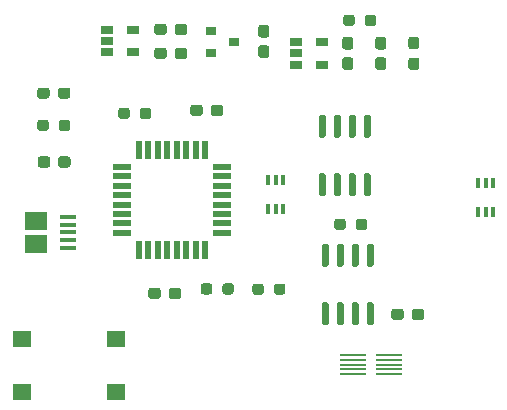
<source format=gbr>
%TF.GenerationSoftware,KiCad,Pcbnew,(5.1.9)-1*%
%TF.CreationDate,2021-05-13T10:13:02+02:00*%
%TF.ProjectId,TFG_LOPEZ_GIMENEZ,5446475f-4c4f-4504-955a-5f47494d454e,rev?*%
%TF.SameCoordinates,Original*%
%TF.FileFunction,Paste,Top*%
%TF.FilePolarity,Positive*%
%FSLAX46Y46*%
G04 Gerber Fmt 4.6, Leading zero omitted, Abs format (unit mm)*
G04 Created by KiCad (PCBNEW (5.1.9)-1) date 2021-05-13 10:13:02*
%MOMM*%
%LPD*%
G01*
G04 APERTURE LIST*
%ADD10R,2.200000X0.250000*%
%ADD11R,0.299999X0.899998*%
%ADD12R,1.900000X1.500000*%
%ADD13R,1.350000X0.400000*%
%ADD14R,1.060000X0.650000*%
%ADD15R,0.900000X0.800000*%
%ADD16R,1.600000X1.400000*%
%ADD17R,1.600000X0.550000*%
%ADD18R,0.550000X1.600000*%
G04 APERTURE END LIST*
D10*
%TO.C,U5*%
X47450000Y-49750000D03*
X47450000Y-49350000D03*
X47450000Y-48950000D03*
X47450000Y-48550000D03*
X47450000Y-48150000D03*
X44350000Y-48150000D03*
X44350000Y-48550000D03*
X44350000Y-48950000D03*
X44350000Y-49350000D03*
X44350000Y-49750000D03*
%TD*%
D11*
%TO.C,U7*%
X54975999Y-33598001D03*
X55626000Y-33598001D03*
X56275999Y-33598001D03*
X56275999Y-35997999D03*
X55626000Y-35997999D03*
X54975999Y-35997999D03*
%TD*%
%TO.C,U4*%
X37195999Y-35743999D03*
X37846000Y-35743999D03*
X38495999Y-35743999D03*
X38495999Y-33344001D03*
X37846000Y-33344001D03*
X37195999Y-33344001D03*
%TD*%
%TO.C,D5*%
G36*
G01*
X49767500Y-22256000D02*
X49292500Y-22256000D01*
G75*
G02*
X49055000Y-22018500I0J237500D01*
G01*
X49055000Y-21443500D01*
G75*
G02*
X49292500Y-21206000I237500J0D01*
G01*
X49767500Y-21206000D01*
G75*
G02*
X50005000Y-21443500I0J-237500D01*
G01*
X50005000Y-22018500D01*
G75*
G02*
X49767500Y-22256000I-237500J0D01*
G01*
G37*
G36*
G01*
X49767500Y-24006000D02*
X49292500Y-24006000D01*
G75*
G02*
X49055000Y-23768500I0J237500D01*
G01*
X49055000Y-23193500D01*
G75*
G02*
X49292500Y-22956000I237500J0D01*
G01*
X49767500Y-22956000D01*
G75*
G02*
X50005000Y-23193500I0J-237500D01*
G01*
X50005000Y-23768500D01*
G75*
G02*
X49767500Y-24006000I-237500J0D01*
G01*
G37*
%TD*%
%TO.C,D2*%
G36*
G01*
X18700000Y-25734000D02*
X18700000Y-26209000D01*
G75*
G02*
X18462500Y-26446500I-237500J0D01*
G01*
X17887500Y-26446500D01*
G75*
G02*
X17650000Y-26209000I0J237500D01*
G01*
X17650000Y-25734000D01*
G75*
G02*
X17887500Y-25496500I237500J0D01*
G01*
X18462500Y-25496500D01*
G75*
G02*
X18700000Y-25734000I0J-237500D01*
G01*
G37*
G36*
G01*
X20450000Y-25734000D02*
X20450000Y-26209000D01*
G75*
G02*
X20212500Y-26446500I-237500J0D01*
G01*
X19637500Y-26446500D01*
G75*
G02*
X19400000Y-26209000I0J237500D01*
G01*
X19400000Y-25734000D01*
G75*
G02*
X19637500Y-25496500I237500J0D01*
G01*
X20212500Y-25496500D01*
G75*
G02*
X20450000Y-25734000I0J-237500D01*
G01*
G37*
%TD*%
%TO.C,D1*%
G36*
G01*
X31654000Y-27194500D02*
X31654000Y-27669500D01*
G75*
G02*
X31416500Y-27907000I-237500J0D01*
G01*
X30841500Y-27907000D01*
G75*
G02*
X30604000Y-27669500I0J237500D01*
G01*
X30604000Y-27194500D01*
G75*
G02*
X30841500Y-26957000I237500J0D01*
G01*
X31416500Y-26957000D01*
G75*
G02*
X31654000Y-27194500I0J-237500D01*
G01*
G37*
G36*
G01*
X33404000Y-27194500D02*
X33404000Y-27669500D01*
G75*
G02*
X33166500Y-27907000I-237500J0D01*
G01*
X32591500Y-27907000D01*
G75*
G02*
X32354000Y-27669500I0J237500D01*
G01*
X32354000Y-27194500D01*
G75*
G02*
X32591500Y-26957000I237500J0D01*
G01*
X33166500Y-26957000D01*
G75*
G02*
X33404000Y-27194500I0J-237500D01*
G01*
G37*
%TD*%
%TO.C,C8*%
G36*
G01*
X46498500Y-22931000D02*
X46973500Y-22931000D01*
G75*
G02*
X47211000Y-23168500I0J-237500D01*
G01*
X47211000Y-23768500D01*
G75*
G02*
X46973500Y-24006000I-237500J0D01*
G01*
X46498500Y-24006000D01*
G75*
G02*
X46261000Y-23768500I0J237500D01*
G01*
X46261000Y-23168500D01*
G75*
G02*
X46498500Y-22931000I237500J0D01*
G01*
G37*
G36*
G01*
X46498500Y-21206000D02*
X46973500Y-21206000D01*
G75*
G02*
X47211000Y-21443500I0J-237500D01*
G01*
X47211000Y-22043500D01*
G75*
G02*
X46973500Y-22281000I-237500J0D01*
G01*
X46498500Y-22281000D01*
G75*
G02*
X46261000Y-22043500I0J237500D01*
G01*
X46261000Y-21443500D01*
G75*
G02*
X46498500Y-21206000I237500J0D01*
G01*
G37*
%TD*%
%TO.C,C7*%
G36*
G01*
X43704500Y-22931000D02*
X44179500Y-22931000D01*
G75*
G02*
X44417000Y-23168500I0J-237500D01*
G01*
X44417000Y-23768500D01*
G75*
G02*
X44179500Y-24006000I-237500J0D01*
G01*
X43704500Y-24006000D01*
G75*
G02*
X43467000Y-23768500I0J237500D01*
G01*
X43467000Y-23168500D01*
G75*
G02*
X43704500Y-22931000I237500J0D01*
G01*
G37*
G36*
G01*
X43704500Y-21206000D02*
X44179500Y-21206000D01*
G75*
G02*
X44417000Y-21443500I0J-237500D01*
G01*
X44417000Y-22043500D01*
G75*
G02*
X44179500Y-22281000I-237500J0D01*
G01*
X43704500Y-22281000D01*
G75*
G02*
X43467000Y-22043500I0J237500D01*
G01*
X43467000Y-21443500D01*
G75*
G02*
X43704500Y-21206000I237500J0D01*
G01*
G37*
%TD*%
%TO.C,C6*%
G36*
G01*
X36592500Y-21915000D02*
X37067500Y-21915000D01*
G75*
G02*
X37305000Y-22152500I0J-237500D01*
G01*
X37305000Y-22752500D01*
G75*
G02*
X37067500Y-22990000I-237500J0D01*
G01*
X36592500Y-22990000D01*
G75*
G02*
X36355000Y-22752500I0J237500D01*
G01*
X36355000Y-22152500D01*
G75*
G02*
X36592500Y-21915000I237500J0D01*
G01*
G37*
G36*
G01*
X36592500Y-20190000D02*
X37067500Y-20190000D01*
G75*
G02*
X37305000Y-20427500I0J-237500D01*
G01*
X37305000Y-21027500D01*
G75*
G02*
X37067500Y-21265000I-237500J0D01*
G01*
X36592500Y-21265000D01*
G75*
G02*
X36355000Y-21027500I0J237500D01*
G01*
X36355000Y-20427500D01*
G75*
G02*
X36592500Y-20190000I237500J0D01*
G01*
G37*
%TD*%
%TO.C,C5*%
G36*
G01*
X48697000Y-44466500D02*
X48697000Y-44941500D01*
G75*
G02*
X48459500Y-45179000I-237500J0D01*
G01*
X47859500Y-45179000D01*
G75*
G02*
X47622000Y-44941500I0J237500D01*
G01*
X47622000Y-44466500D01*
G75*
G02*
X47859500Y-44229000I237500J0D01*
G01*
X48459500Y-44229000D01*
G75*
G02*
X48697000Y-44466500I0J-237500D01*
G01*
G37*
G36*
G01*
X50422000Y-44466500D02*
X50422000Y-44941500D01*
G75*
G02*
X50184500Y-45179000I-237500J0D01*
G01*
X49584500Y-45179000D01*
G75*
G02*
X49347000Y-44941500I0J237500D01*
G01*
X49347000Y-44466500D01*
G75*
G02*
X49584500Y-44229000I237500J0D01*
G01*
X50184500Y-44229000D01*
G75*
G02*
X50422000Y-44466500I0J-237500D01*
G01*
G37*
%TD*%
%TO.C,C4*%
G36*
G01*
X29281000Y-20811500D02*
X29281000Y-20336500D01*
G75*
G02*
X29518500Y-20099000I237500J0D01*
G01*
X30118500Y-20099000D01*
G75*
G02*
X30356000Y-20336500I0J-237500D01*
G01*
X30356000Y-20811500D01*
G75*
G02*
X30118500Y-21049000I-237500J0D01*
G01*
X29518500Y-21049000D01*
G75*
G02*
X29281000Y-20811500I0J237500D01*
G01*
G37*
G36*
G01*
X27556000Y-20811500D02*
X27556000Y-20336500D01*
G75*
G02*
X27793500Y-20099000I237500J0D01*
G01*
X28393500Y-20099000D01*
G75*
G02*
X28631000Y-20336500I0J-237500D01*
G01*
X28631000Y-20811500D01*
G75*
G02*
X28393500Y-21049000I-237500J0D01*
G01*
X27793500Y-21049000D01*
G75*
G02*
X27556000Y-20811500I0J237500D01*
G01*
G37*
%TD*%
%TO.C,C3*%
G36*
G01*
X29281000Y-22843500D02*
X29281000Y-22368500D01*
G75*
G02*
X29518500Y-22131000I237500J0D01*
G01*
X30118500Y-22131000D01*
G75*
G02*
X30356000Y-22368500I0J-237500D01*
G01*
X30356000Y-22843500D01*
G75*
G02*
X30118500Y-23081000I-237500J0D01*
G01*
X29518500Y-23081000D01*
G75*
G02*
X29281000Y-22843500I0J237500D01*
G01*
G37*
G36*
G01*
X27556000Y-22843500D02*
X27556000Y-22368500D01*
G75*
G02*
X27793500Y-22131000I237500J0D01*
G01*
X28393500Y-22131000D01*
G75*
G02*
X28631000Y-22368500I0J-237500D01*
G01*
X28631000Y-22843500D01*
G75*
G02*
X28393500Y-23081000I-237500J0D01*
G01*
X27793500Y-23081000D01*
G75*
G02*
X27556000Y-22843500I0J237500D01*
G01*
G37*
%TD*%
%TO.C,C2*%
G36*
G01*
X18750400Y-31563300D02*
X18750400Y-32038300D01*
G75*
G02*
X18512900Y-32275800I-237500J0D01*
G01*
X17912900Y-32275800D01*
G75*
G02*
X17675400Y-32038300I0J237500D01*
G01*
X17675400Y-31563300D01*
G75*
G02*
X17912900Y-31325800I237500J0D01*
G01*
X18512900Y-31325800D01*
G75*
G02*
X18750400Y-31563300I0J-237500D01*
G01*
G37*
G36*
G01*
X20475400Y-31563300D02*
X20475400Y-32038300D01*
G75*
G02*
X20237900Y-32275800I-237500J0D01*
G01*
X19637900Y-32275800D01*
G75*
G02*
X19400400Y-32038300I0J237500D01*
G01*
X19400400Y-31563300D01*
G75*
G02*
X19637900Y-31325800I237500J0D01*
G01*
X20237900Y-31325800D01*
G75*
G02*
X20475400Y-31563300I0J-237500D01*
G01*
G37*
%TD*%
%TO.C,C1*%
G36*
G01*
X28773000Y-43163500D02*
X28773000Y-42688500D01*
G75*
G02*
X29010500Y-42451000I237500J0D01*
G01*
X29610500Y-42451000D01*
G75*
G02*
X29848000Y-42688500I0J-237500D01*
G01*
X29848000Y-43163500D01*
G75*
G02*
X29610500Y-43401000I-237500J0D01*
G01*
X29010500Y-43401000D01*
G75*
G02*
X28773000Y-43163500I0J237500D01*
G01*
G37*
G36*
G01*
X27048000Y-43163500D02*
X27048000Y-42688500D01*
G75*
G02*
X27285500Y-42451000I237500J0D01*
G01*
X27885500Y-42451000D01*
G75*
G02*
X28123000Y-42688500I0J-237500D01*
G01*
X28123000Y-43163500D01*
G75*
G02*
X27885500Y-43401000I-237500J0D01*
G01*
X27285500Y-43401000D01*
G75*
G02*
X27048000Y-43163500I0J237500D01*
G01*
G37*
%TD*%
D12*
%TO.C,J1*%
X17558500Y-36769800D03*
D13*
X20258500Y-37769800D03*
X20258500Y-38419800D03*
X20258500Y-39069800D03*
X20258500Y-36469800D03*
X20258500Y-37119800D03*
D12*
X17558500Y-38769800D03*
%TD*%
%TO.C,U2*%
G36*
G01*
X42187000Y-40664000D02*
X41887000Y-40664000D01*
G75*
G02*
X41737000Y-40514000I0J150000D01*
G01*
X41737000Y-38864000D01*
G75*
G02*
X41887000Y-38714000I150000J0D01*
G01*
X42187000Y-38714000D01*
G75*
G02*
X42337000Y-38864000I0J-150000D01*
G01*
X42337000Y-40514000D01*
G75*
G02*
X42187000Y-40664000I-150000J0D01*
G01*
G37*
G36*
G01*
X43457000Y-40664000D02*
X43157000Y-40664000D01*
G75*
G02*
X43007000Y-40514000I0J150000D01*
G01*
X43007000Y-38864000D01*
G75*
G02*
X43157000Y-38714000I150000J0D01*
G01*
X43457000Y-38714000D01*
G75*
G02*
X43607000Y-38864000I0J-150000D01*
G01*
X43607000Y-40514000D01*
G75*
G02*
X43457000Y-40664000I-150000J0D01*
G01*
G37*
G36*
G01*
X44727000Y-40664000D02*
X44427000Y-40664000D01*
G75*
G02*
X44277000Y-40514000I0J150000D01*
G01*
X44277000Y-38864000D01*
G75*
G02*
X44427000Y-38714000I150000J0D01*
G01*
X44727000Y-38714000D01*
G75*
G02*
X44877000Y-38864000I0J-150000D01*
G01*
X44877000Y-40514000D01*
G75*
G02*
X44727000Y-40664000I-150000J0D01*
G01*
G37*
G36*
G01*
X45997000Y-40664000D02*
X45697000Y-40664000D01*
G75*
G02*
X45547000Y-40514000I0J150000D01*
G01*
X45547000Y-38864000D01*
G75*
G02*
X45697000Y-38714000I150000J0D01*
G01*
X45997000Y-38714000D01*
G75*
G02*
X46147000Y-38864000I0J-150000D01*
G01*
X46147000Y-40514000D01*
G75*
G02*
X45997000Y-40664000I-150000J0D01*
G01*
G37*
G36*
G01*
X45997000Y-45614000D02*
X45697000Y-45614000D01*
G75*
G02*
X45547000Y-45464000I0J150000D01*
G01*
X45547000Y-43814000D01*
G75*
G02*
X45697000Y-43664000I150000J0D01*
G01*
X45997000Y-43664000D01*
G75*
G02*
X46147000Y-43814000I0J-150000D01*
G01*
X46147000Y-45464000D01*
G75*
G02*
X45997000Y-45614000I-150000J0D01*
G01*
G37*
G36*
G01*
X44727000Y-45614000D02*
X44427000Y-45614000D01*
G75*
G02*
X44277000Y-45464000I0J150000D01*
G01*
X44277000Y-43814000D01*
G75*
G02*
X44427000Y-43664000I150000J0D01*
G01*
X44727000Y-43664000D01*
G75*
G02*
X44877000Y-43814000I0J-150000D01*
G01*
X44877000Y-45464000D01*
G75*
G02*
X44727000Y-45614000I-150000J0D01*
G01*
G37*
G36*
G01*
X43457000Y-45614000D02*
X43157000Y-45614000D01*
G75*
G02*
X43007000Y-45464000I0J150000D01*
G01*
X43007000Y-43814000D01*
G75*
G02*
X43157000Y-43664000I150000J0D01*
G01*
X43457000Y-43664000D01*
G75*
G02*
X43607000Y-43814000I0J-150000D01*
G01*
X43607000Y-45464000D01*
G75*
G02*
X43457000Y-45614000I-150000J0D01*
G01*
G37*
G36*
G01*
X42187000Y-45614000D02*
X41887000Y-45614000D01*
G75*
G02*
X41737000Y-45464000I0J150000D01*
G01*
X41737000Y-43814000D01*
G75*
G02*
X41887000Y-43664000I150000J0D01*
G01*
X42187000Y-43664000D01*
G75*
G02*
X42337000Y-43814000I0J-150000D01*
G01*
X42337000Y-45464000D01*
G75*
G02*
X42187000Y-45614000I-150000J0D01*
G01*
G37*
%TD*%
D14*
%TO.C,U3*%
X25788800Y-20614600D03*
X25788800Y-22514600D03*
X23588800Y-22514600D03*
X23588800Y-21564600D03*
X23588800Y-20614600D03*
%TD*%
%TO.C,R2*%
G36*
G01*
X17650000Y-28939500D02*
X17650000Y-28464500D01*
G75*
G02*
X17887500Y-28227000I237500J0D01*
G01*
X18387500Y-28227000D01*
G75*
G02*
X18625000Y-28464500I0J-237500D01*
G01*
X18625000Y-28939500D01*
G75*
G02*
X18387500Y-29177000I-237500J0D01*
G01*
X17887500Y-29177000D01*
G75*
G02*
X17650000Y-28939500I0J237500D01*
G01*
G37*
G36*
G01*
X19475000Y-28939500D02*
X19475000Y-28464500D01*
G75*
G02*
X19712500Y-28227000I237500J0D01*
G01*
X20212500Y-28227000D01*
G75*
G02*
X20450000Y-28464500I0J-237500D01*
G01*
X20450000Y-28939500D01*
G75*
G02*
X20212500Y-29177000I-237500J0D01*
G01*
X19712500Y-29177000D01*
G75*
G02*
X19475000Y-28939500I0J237500D01*
G01*
G37*
%TD*%
D15*
%TO.C,D3*%
X32350200Y-20690800D03*
X32350200Y-22590800D03*
X34350200Y-21640800D03*
%TD*%
%TO.C,R1*%
G36*
G01*
X24508000Y-27923500D02*
X24508000Y-27448500D01*
G75*
G02*
X24745500Y-27211000I237500J0D01*
G01*
X25245500Y-27211000D01*
G75*
G02*
X25483000Y-27448500I0J-237500D01*
G01*
X25483000Y-27923500D01*
G75*
G02*
X25245500Y-28161000I-237500J0D01*
G01*
X24745500Y-28161000D01*
G75*
G02*
X24508000Y-27923500I0J237500D01*
G01*
G37*
G36*
G01*
X26333000Y-27923500D02*
X26333000Y-27448500D01*
G75*
G02*
X26570500Y-27211000I237500J0D01*
G01*
X27070500Y-27211000D01*
G75*
G02*
X27308000Y-27448500I0J-237500D01*
G01*
X27308000Y-27923500D01*
G75*
G02*
X27070500Y-28161000I-237500J0D01*
G01*
X26570500Y-28161000D01*
G75*
G02*
X26333000Y-27923500I0J237500D01*
G01*
G37*
%TD*%
%TO.C,R3*%
G36*
G01*
X44621000Y-37321500D02*
X44621000Y-36846500D01*
G75*
G02*
X44858500Y-36609000I237500J0D01*
G01*
X45358500Y-36609000D01*
G75*
G02*
X45596000Y-36846500I0J-237500D01*
G01*
X45596000Y-37321500D01*
G75*
G02*
X45358500Y-37559000I-237500J0D01*
G01*
X44858500Y-37559000D01*
G75*
G02*
X44621000Y-37321500I0J237500D01*
G01*
G37*
G36*
G01*
X42796000Y-37321500D02*
X42796000Y-36846500D01*
G75*
G02*
X43033500Y-36609000I237500J0D01*
G01*
X43533500Y-36609000D01*
G75*
G02*
X43771000Y-36846500I0J-237500D01*
G01*
X43771000Y-37321500D01*
G75*
G02*
X43533500Y-37559000I-237500J0D01*
G01*
X43033500Y-37559000D01*
G75*
G02*
X42796000Y-37321500I0J237500D01*
G01*
G37*
%TD*%
%TO.C,R4*%
G36*
G01*
X45383000Y-20049500D02*
X45383000Y-19574500D01*
G75*
G02*
X45620500Y-19337000I237500J0D01*
G01*
X46120500Y-19337000D01*
G75*
G02*
X46358000Y-19574500I0J-237500D01*
G01*
X46358000Y-20049500D01*
G75*
G02*
X46120500Y-20287000I-237500J0D01*
G01*
X45620500Y-20287000D01*
G75*
G02*
X45383000Y-20049500I0J237500D01*
G01*
G37*
G36*
G01*
X43558000Y-20049500D02*
X43558000Y-19574500D01*
G75*
G02*
X43795500Y-19337000I237500J0D01*
G01*
X44295500Y-19337000D01*
G75*
G02*
X44533000Y-19574500I0J-237500D01*
G01*
X44533000Y-20049500D01*
G75*
G02*
X44295500Y-20287000I-237500J0D01*
G01*
X43795500Y-20287000D01*
G75*
G02*
X43558000Y-20049500I0J237500D01*
G01*
G37*
%TD*%
%TO.C,R5*%
G36*
G01*
X32468000Y-42307500D02*
X32468000Y-42782500D01*
G75*
G02*
X32230500Y-43020000I-237500J0D01*
G01*
X31730500Y-43020000D01*
G75*
G02*
X31493000Y-42782500I0J237500D01*
G01*
X31493000Y-42307500D01*
G75*
G02*
X31730500Y-42070000I237500J0D01*
G01*
X32230500Y-42070000D01*
G75*
G02*
X32468000Y-42307500I0J-237500D01*
G01*
G37*
G36*
G01*
X34293000Y-42307500D02*
X34293000Y-42782500D01*
G75*
G02*
X34055500Y-43020000I-237500J0D01*
G01*
X33555500Y-43020000D01*
G75*
G02*
X33318000Y-42782500I0J237500D01*
G01*
X33318000Y-42307500D01*
G75*
G02*
X33555500Y-42070000I237500J0D01*
G01*
X34055500Y-42070000D01*
G75*
G02*
X34293000Y-42307500I0J-237500D01*
G01*
G37*
%TD*%
%TO.C,R6*%
G36*
G01*
X36836800Y-42332900D02*
X36836800Y-42807900D01*
G75*
G02*
X36599300Y-43045400I-237500J0D01*
G01*
X36099300Y-43045400D01*
G75*
G02*
X35861800Y-42807900I0J237500D01*
G01*
X35861800Y-42332900D01*
G75*
G02*
X36099300Y-42095400I237500J0D01*
G01*
X36599300Y-42095400D01*
G75*
G02*
X36836800Y-42332900I0J-237500D01*
G01*
G37*
G36*
G01*
X38661800Y-42332900D02*
X38661800Y-42807900D01*
G75*
G02*
X38424300Y-43045400I-237500J0D01*
G01*
X37924300Y-43045400D01*
G75*
G02*
X37686800Y-42807900I0J237500D01*
G01*
X37686800Y-42332900D01*
G75*
G02*
X37924300Y-42095400I237500J0D01*
G01*
X38424300Y-42095400D01*
G75*
G02*
X38661800Y-42332900I0J-237500D01*
G01*
G37*
%TD*%
D16*
%TO.C,SW1*%
X16320000Y-51272000D03*
X24320000Y-51272000D03*
X16320000Y-46772000D03*
X24320000Y-46772000D03*
%TD*%
D17*
%TO.C,U1*%
X33307600Y-37801200D03*
X33307600Y-37001200D03*
X33307600Y-36201200D03*
X33307600Y-35401200D03*
X33307600Y-34601200D03*
X33307600Y-33801200D03*
X33307600Y-33001200D03*
X33307600Y-32201200D03*
D18*
X31857600Y-30751200D03*
X31057600Y-30751200D03*
X30257600Y-30751200D03*
X29457600Y-30751200D03*
X28657600Y-30751200D03*
X27857600Y-30751200D03*
X27057600Y-30751200D03*
X26257600Y-30751200D03*
D17*
X24807600Y-32201200D03*
X24807600Y-33001200D03*
X24807600Y-33801200D03*
X24807600Y-34601200D03*
X24807600Y-35401200D03*
X24807600Y-36201200D03*
X24807600Y-37001200D03*
X24807600Y-37801200D03*
D18*
X26257600Y-39251200D03*
X27057600Y-39251200D03*
X27857600Y-39251200D03*
X28657600Y-39251200D03*
X29457600Y-39251200D03*
X30257600Y-39251200D03*
X31057600Y-39251200D03*
X31857600Y-39251200D03*
%TD*%
D14*
%TO.C,U6*%
X39590800Y-21656000D03*
X39590800Y-22606000D03*
X39590800Y-23556000D03*
X41790800Y-23556000D03*
X41790800Y-21656000D03*
%TD*%
%TO.C,U8*%
G36*
G01*
X41933000Y-34692000D02*
X41633000Y-34692000D01*
G75*
G02*
X41483000Y-34542000I0J150000D01*
G01*
X41483000Y-32892000D01*
G75*
G02*
X41633000Y-32742000I150000J0D01*
G01*
X41933000Y-32742000D01*
G75*
G02*
X42083000Y-32892000I0J-150000D01*
G01*
X42083000Y-34542000D01*
G75*
G02*
X41933000Y-34692000I-150000J0D01*
G01*
G37*
G36*
G01*
X43203000Y-34692000D02*
X42903000Y-34692000D01*
G75*
G02*
X42753000Y-34542000I0J150000D01*
G01*
X42753000Y-32892000D01*
G75*
G02*
X42903000Y-32742000I150000J0D01*
G01*
X43203000Y-32742000D01*
G75*
G02*
X43353000Y-32892000I0J-150000D01*
G01*
X43353000Y-34542000D01*
G75*
G02*
X43203000Y-34692000I-150000J0D01*
G01*
G37*
G36*
G01*
X44473000Y-34692000D02*
X44173000Y-34692000D01*
G75*
G02*
X44023000Y-34542000I0J150000D01*
G01*
X44023000Y-32892000D01*
G75*
G02*
X44173000Y-32742000I150000J0D01*
G01*
X44473000Y-32742000D01*
G75*
G02*
X44623000Y-32892000I0J-150000D01*
G01*
X44623000Y-34542000D01*
G75*
G02*
X44473000Y-34692000I-150000J0D01*
G01*
G37*
G36*
G01*
X45743000Y-34692000D02*
X45443000Y-34692000D01*
G75*
G02*
X45293000Y-34542000I0J150000D01*
G01*
X45293000Y-32892000D01*
G75*
G02*
X45443000Y-32742000I150000J0D01*
G01*
X45743000Y-32742000D01*
G75*
G02*
X45893000Y-32892000I0J-150000D01*
G01*
X45893000Y-34542000D01*
G75*
G02*
X45743000Y-34692000I-150000J0D01*
G01*
G37*
G36*
G01*
X45743000Y-29742000D02*
X45443000Y-29742000D01*
G75*
G02*
X45293000Y-29592000I0J150000D01*
G01*
X45293000Y-27942000D01*
G75*
G02*
X45443000Y-27792000I150000J0D01*
G01*
X45743000Y-27792000D01*
G75*
G02*
X45893000Y-27942000I0J-150000D01*
G01*
X45893000Y-29592000D01*
G75*
G02*
X45743000Y-29742000I-150000J0D01*
G01*
G37*
G36*
G01*
X44473000Y-29742000D02*
X44173000Y-29742000D01*
G75*
G02*
X44023000Y-29592000I0J150000D01*
G01*
X44023000Y-27942000D01*
G75*
G02*
X44173000Y-27792000I150000J0D01*
G01*
X44473000Y-27792000D01*
G75*
G02*
X44623000Y-27942000I0J-150000D01*
G01*
X44623000Y-29592000D01*
G75*
G02*
X44473000Y-29742000I-150000J0D01*
G01*
G37*
G36*
G01*
X43203000Y-29742000D02*
X42903000Y-29742000D01*
G75*
G02*
X42753000Y-29592000I0J150000D01*
G01*
X42753000Y-27942000D01*
G75*
G02*
X42903000Y-27792000I150000J0D01*
G01*
X43203000Y-27792000D01*
G75*
G02*
X43353000Y-27942000I0J-150000D01*
G01*
X43353000Y-29592000D01*
G75*
G02*
X43203000Y-29742000I-150000J0D01*
G01*
G37*
G36*
G01*
X41933000Y-29742000D02*
X41633000Y-29742000D01*
G75*
G02*
X41483000Y-29592000I0J150000D01*
G01*
X41483000Y-27942000D01*
G75*
G02*
X41633000Y-27792000I150000J0D01*
G01*
X41933000Y-27792000D01*
G75*
G02*
X42083000Y-27942000I0J-150000D01*
G01*
X42083000Y-29592000D01*
G75*
G02*
X41933000Y-29742000I-150000J0D01*
G01*
G37*
%TD*%
M02*

</source>
